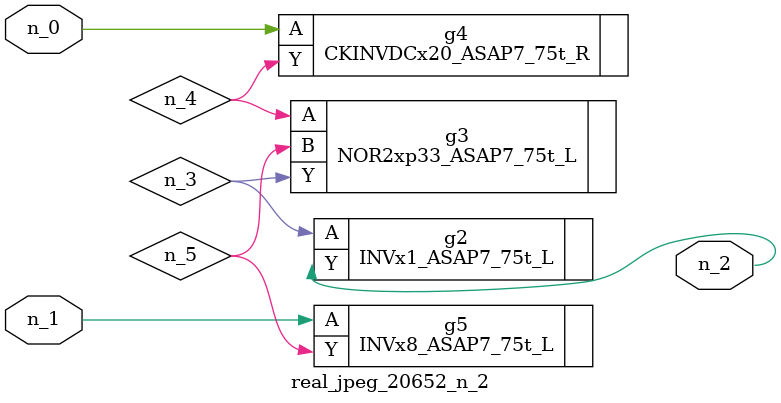
<source format=v>
module real_jpeg_20652_n_2 (n_1, n_0, n_2);

input n_1;
input n_0;

output n_2;

wire n_5;
wire n_4;
wire n_3;

CKINVDCx20_ASAP7_75t_R g4 ( 
.A(n_0),
.Y(n_4)
);

INVx8_ASAP7_75t_L g5 ( 
.A(n_1),
.Y(n_5)
);

INVx1_ASAP7_75t_L g2 ( 
.A(n_3),
.Y(n_2)
);

NOR2xp33_ASAP7_75t_L g3 ( 
.A(n_4),
.B(n_5),
.Y(n_3)
);


endmodule
</source>
